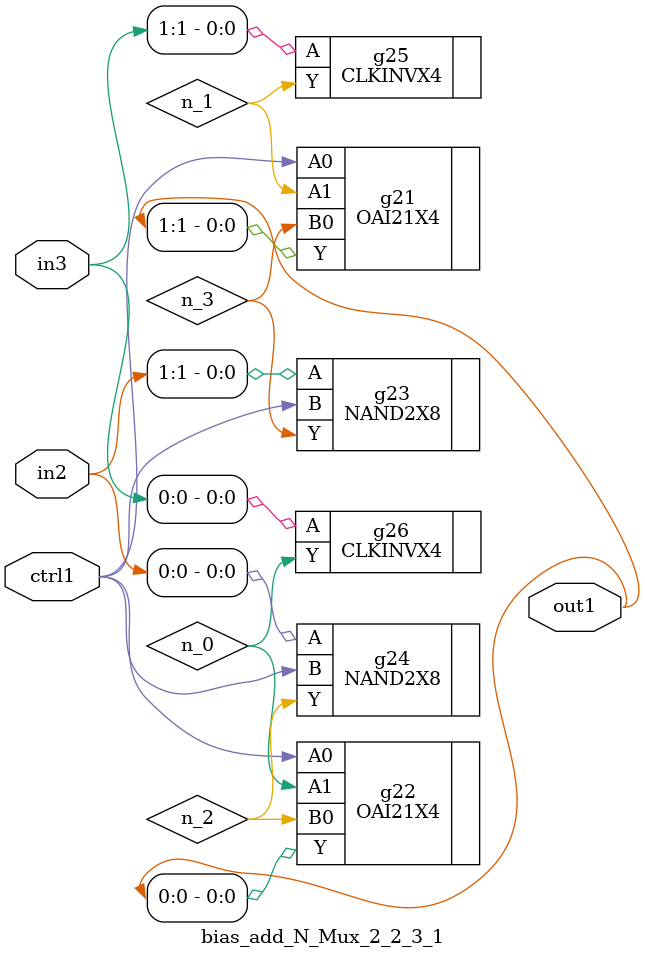
<source format=v>
`timescale 1ps / 1ps


module bias_add_N_Mux_2_2_3_1(in3, in2, ctrl1, out1);
  input [1:0] in3, in2;
  input ctrl1;
  output [1:0] out1;
  wire [1:0] in3, in2;
  wire ctrl1;
  wire [1:0] out1;
  wire n_0, n_1, n_2, n_3;
  OAI21X4 g21(.A0 (ctrl1), .A1 (n_1), .B0 (n_3), .Y (out1[1]));
  OAI21X4 g22(.A0 (ctrl1), .A1 (n_0), .B0 (n_2), .Y (out1[0]));
  NAND2X8 g23(.A (in2[1]), .B (ctrl1), .Y (n_3));
  NAND2X8 g24(.A (in2[0]), .B (ctrl1), .Y (n_2));
  CLKINVX4 g25(.A (in3[1]), .Y (n_1));
  CLKINVX4 g26(.A (in3[0]), .Y (n_0));
endmodule



</source>
